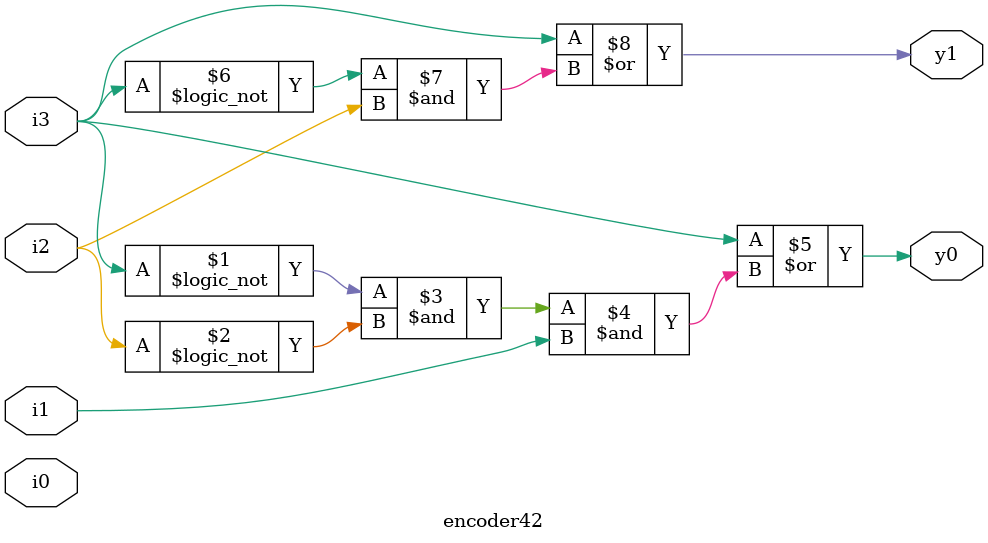
<source format=v>
module encoder42 (
    input wire i0, i1, i2, i3,
    output wire y1, y0
);
    assign y0 = i3 | (!i3 & !i2 & i1);
    assign y1 = i3 | (!i3 & i2);

endmodule


</source>
